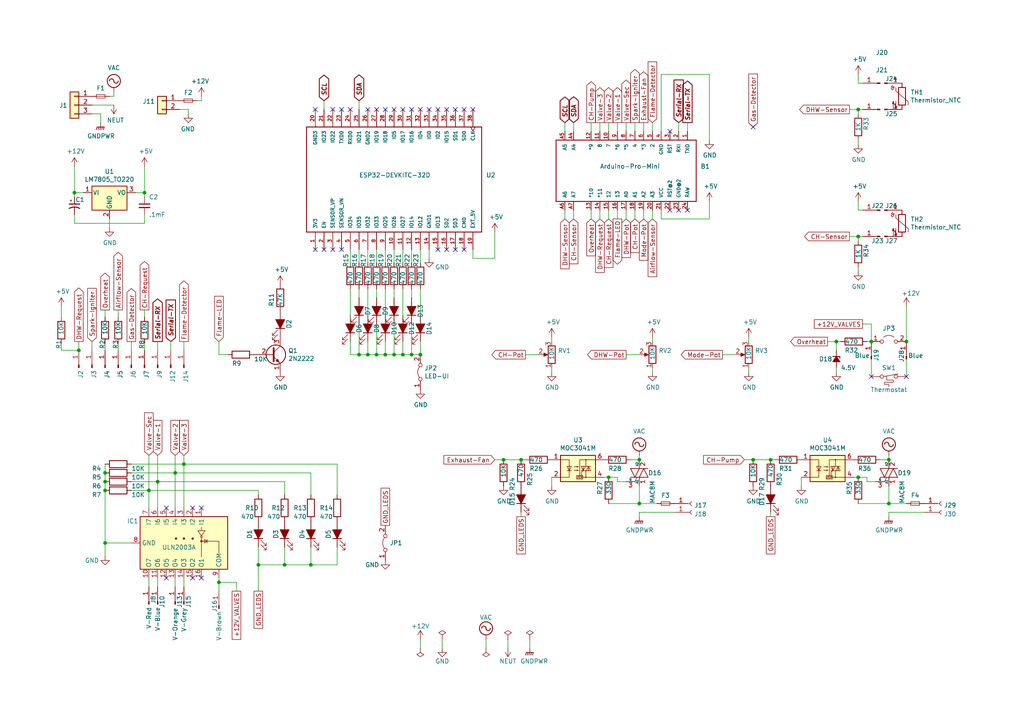
<source format=kicad_sch>
(kicad_sch (version 20211123) (generator eeschema)
  (paper "A4")
  (title_block (title "Open-Boiler") (date "2019-08-19") (rev "0.8") (company "Nicebots") (comment 1 "Gustavo Casanova"))
  (lib_symbols
    (symbol "Arduino_Pro_Mini:ARDUINO_PRO_MINI" (pin_names (offset 1.016))
      (property "Reference" "B" (at -7.62 21.082 0))
      (property "Value" "ARDUINO_PRO_MINI" (at -7.62 -20.574 0))
      (symbol "ARDUINO_PRO_MINI_0_0"
        (pin bidirectional line (at -10.16 17.78 0) (length 2.54) (name "TXO") (number "1"))
        (pin bidirectional line (at -10.16 -5.08 0) (length 2.54) (name "7") (number "10"))
        (pin bidirectional line (at -10.16 -7.62 0) (length 2.54) (name "8") (number "11"))
        (pin bidirectional line (at -10.16 -10.16 0) (length 2.54) (name "*9") (number "12"))
        (pin bidirectional line (at 12.7 -10.16 180) (length 2.54) (name "*10") (number "13"))
        (pin bidirectional line (at 12.7 -7.62 180) (length 2.54) (name "*11") (number "14"))
        (pin bidirectional line (at 12.7 -5.08 180) (length 2.54) (name "12") (number "15"))
        (pin bidirectional line (at 12.7 -2.54 180) (length 2.54) (name "13") (number "16"))
        (pin bidirectional line (at 12.7 0 180) (length 2.54) (name "A0") (number "17"))
        (pin bidirectional line (at 12.7 2.54 180) (length 2.54) (name "A1") (number "18"))
        (pin bidirectional line (at 12.7 5.08 180) (length 2.54) (name "A2") (number "19"))
        (pin bidirectional line (at -10.16 15.24 0) (length 2.54) (name "RXI") (number "2"))
        (pin bidirectional line (at 12.7 7.62 180) (length 2.54) (name "A3") (number "20"))
        (pin power_in line (at 12.7 10.16 180) (length 2.54) (name "VCC") (number "21"))
        (pin bidirectional line (at 12.7 12.7 180) (length 2.54) (name "RST@2") (number "22"))
        (pin power_in line (at 12.7 15.24 180) (length 2.54) (name "GND@2") (number "23"))
        (pin power_in line (at 12.7 17.78 180) (length 2.54) (name "RAW") (number "24"))
        (pin bidirectional line (at -10.16 12.7 0) (length 2.54) (name "RST") (number "3"))
        (pin power_in line (at -10.16 10.16 0) (length 2.54) (name "GND") (number "4"))
        (pin bidirectional line (at -10.16 7.62 0) (length 2.54) (name "2") (number "5"))
        (pin bidirectional line (at -10.16 5.08 0) (length 2.54) (name "*3") (number "6"))
        (pin bidirectional line (at -10.16 2.54 0) (length 2.54) (name "4") (number "7"))
        (pin bidirectional line (at -10.16 0 0) (length 2.54) (name "*5") (number "8"))
        (pin bidirectional line (at -10.16 -2.54 0) (length 2.54) (name "*6") (number "9"))
        (pin bidirectional line (at -10.16 -15.24 0) (length 2.54) (name "A4") (number "A4"))
        (pin bidirectional line (at -10.16 -17.78 0) (length 2.54) (name "A5") (number "A5"))
        (pin bidirectional line (at 12.7 -17.78 180) (length 2.54) (name "A6") (number "A6"))
        (pin bidirectional line (at 12.7 -15.24 180) (length 2.54) (name "A7") (number "A7"))
      )
    )
    (symbol "Connector:Conn_01x01_Female" (pin_names (offset 1.016) hide)
      (property "Reference" "J" (at 0 2.54 0))
      (property "Value" "Conn_01x01_Female" (at 0 -2.54 0))
      (symbol "Conn_01x01_Female_1_1"
        (pin passive line (at -5.08 0 0) (length 3.81) (name "Pin_1") (number "1"))
      )
    )
    (symbol "Connector:Conn_01x01_Male" (pin_names (offset 1.016) hide)
      (property "Reference" "J" (at 0 2.54 0))
      (property "Value" "Conn_01x01_Male" (at 0 -2.54 0))
      (symbol "Conn_01x01_Male_1_1"
        (pin passive line (at 5.08 0 180) (length 3.81) (name "Pin_1") (number "1"))
      )
    )
    (symbol "Connector_Generic:Conn_01x02" (pin_names (offset 1.016) hide)
      (property "Reference" "J" (at 0 2.54 0))
      (property "Value" "Conn_01x02" (at 0 -5.08 0))
      (symbol "Conn_01x02_1_1"
        (pin passive line (at -5.08 0 0) (length 3.81) (name "Pin_1") (number "1"))
        (pin passive line (at -5.08 -2.54 0) (length 3.81) (name "Pin_2") (number "2"))
      )
    )
    (symbol "Connector_Generic:Conn_01x03" (pin_names (offset 1.016) hide)
      (property "Reference" "J" (at 0 5.08 0))
      (property "Value" "Conn_01x03" (at 0 -5.08 0))
      (symbol "Conn_01x03_1_1"
        (pin passive line (at -5.08 2.54 0) (length 3.81) (name "Pin_1") (number "1"))
        (pin passive line (at -5.08 0 0) (length 3.81) (name "Pin_2") (number "2"))
        (pin passive line (at -5.08 -2.54 0) (length 3.81) (name "Pin_3") (number "3"))
      )
    )
    (symbol "Device:C_Polarized_Small_US" (pin_numbers hide) (pin_names (offset 0.254) hide)
      (property "Reference" "C" (at 0.254 1.778 0))
      (property "Value" "C_Polarized_Small_US" (at 0.254 -2.032 0))
      (symbol "C_Polarized_Small_US_1_1"
        (pin passive line (at 0 2.54 270) (length 2.032) (name "~") (number "1"))
        (pin passive line (at 0 -2.54 90) (length 2.032) (name "~") (number "2"))
      )
    )
    (symbol "Device:C_Small" (pin_numbers hide) (pin_names (offset 0.254) hide)
      (property "Reference" "C" (at 0.254 1.778 0))
      (property "Value" "C_Small" (at 0.254 -2.032 0))
      (symbol "C_Small_1_1"
        (pin passive line (at 0 2.54 270) (length 2.032) (name "~") (number "1"))
        (pin passive line (at 0 -2.54 90) (length 2.032) (name "~") (number "2"))
      )
    )
    (symbol "Device:D_Zener_Small_Filled" (pin_numbers hide) (pin_names (offset 0.254) hide)
      (property "Reference" "D" (at 0 2.286 0))
      (property "Value" "D_Zener_Small_Filled" (at 0 -2.286 0))
      (symbol "D_Zener_Small_Filled_1_1"
        (pin passive line (at -2.54 0 0) (length 1.778) (name "K") (number "1"))
        (pin passive line (at 2.54 0 180) (length 1.778) (name "A") (number "2"))
      )
    )
    (symbol "Device:Fuse_Small" (pin_numbers hide) (pin_names (offset 0.254) hide)
      (property "Reference" "F" (at 0 -1.524 0))
      (property "Value" "Fuse_Small" (at 0 1.524 0))
      (symbol "Fuse_Small_1_1"
        (pin passive line (at -2.54 0 0) (length 1.27) (name "~") (number "1"))
        (pin passive line (at 2.54 0 180) (length 1.27) (name "~") (number "2"))
      )
    )
    (symbol "Device:LED_Filled" (pin_numbers hide) (pin_names (offset 1.016) hide)
      (property "Reference" "D" (at 0 2.54 0))
      (property "Value" "LED_Filled" (at 0 -2.54 0))
      (symbol "LED_Filled_1_1"
        (pin passive line (at -3.81 0 0) (length 2.54) (name "K") (number "1"))
        (pin passive line (at 3.81 0 180) (length 2.54) (name "A") (number "2"))
      )
    )
    (symbol "Device:Q_TRIAC_A1A2G" (pin_names (offset 0))
      (property "Reference" "D" (at 3.175 0.635 0))
      (property "Value" "Q_TRIAC_A1A2G" (at 3.175 -1.27 0))
      (symbol "Q_TRIAC_A1A2G_1_1"
        (pin passive line (at 0 -3.81 90) (length 2.54) (name "A1") (number "1"))
        (pin passive line (at 0 3.81 270) (length 2.54) (name "A2") (number "2"))
        (pin input line (at -3.81 -2.54 0) (length 2.54) (name "G") (number "3"))
      )
    )
    (symbol "Device:R" (pin_numbers hide) (pin_names (offset 0))
      (property "Reference" "R" (at 2.032 0 90))
      (property "Value" "R" (at 0 0 90))
      (symbol "R_1_1"
        (pin passive line (at 0 3.81 270) (length 1.27) (name "~") (number "1"))
        (pin passive line (at 0 -3.81 90) (length 1.27) (name "~") (number "2"))
      )
    )
    (symbol "Device:R_Potentiometer" (pin_names (offset 1.016) hide)
      (property "Reference" "RV" (at -4.445 0 90))
      (property "Value" "R_Potentiometer" (at -2.54 0 90))
      (symbol "R_Potentiometer_1_1"
        (pin passive line (at 0 3.81 270) (length 1.27) (name "1") (number "1"))
        (pin passive line (at 3.81 0 180) (length 1.27) (name "2") (number "2"))
        (pin passive line (at 0 -3.81 90) (length 1.27) (name "3") (number "3"))
      )
    )
    (symbol "Device:Thermistor_NTC" (pin_numbers hide) (pin_names (offset 0))
      (property "Reference" "TH" (at -4.445 0 90))
      (property "Value" "Thermistor_NTC" (at 3.175 0 90))
      (symbol "Thermistor_NTC_1_1"
        (pin passive line (at 0 3.81 270) (length 1.27) (name "~") (number "1"))
        (pin passive line (at 0 -3.81 90) (length 1.27) (name "~") (number "2"))
      )
    )
    (symbol "ESP32_DevKitC_32D:ESP32-DEVKITC-32D" (pin_names (offset 1.016))
      (property "Reference" "U" (at -15.2654 26.0604 0))
      (property "Value" "ESP32-DEVKITC-32D" (at -15.2654 -27.9654 0))
      (symbol "ESP32-DEVKITC-32D_0_0"
        (pin power_in line (at -20.32 22.86 0) (length 5.08) (name "3V3") (number "1"))
        (pin bidirectional line (at -20.32 0 0) (length 5.08) (name "IO26") (number "10"))
        (pin bidirectional line (at -20.32 -2.54 0) (length 5.08) (name "IO27") (number "11"))
        (pin bidirectional line (at -20.32 -5.08 0) (length 5.08) (name "IO14") (number "12"))
        (pin bidirectional line (at -20.32 -7.62 0) (length 5.08) (name "IO12") (number "13"))
        (pin power_in line (at -20.32 -10.16 0) (length 5.08) (name "GND1") (number "14"))
        (pin bidirectional line (at -20.32 -12.7 0) (length 5.08) (name "IO13") (number "15"))
        (pin bidirectional line (at -20.32 -15.24 0) (length 5.08) (name "SD2") (number "16"))
        (pin bidirectional line (at -20.32 -17.78 0) (length 5.08) (name "SD3") (number "17"))
        (pin bidirectional line (at -20.32 -20.32 0) (length 5.08) (name "CMD") (number "18"))
        (pin power_in line (at -20.32 -22.86 0) (length 5.08) (name "EXT_5V") (number "19"))
        (pin input line (at -20.32 20.32 0) (length 5.08) (name "EN") (number "2"))
        (pin power_in line (at 20.32 22.86 180) (length 5.08) (name "GND3") (number "20"))
        (pin bidirectional line (at 20.32 20.32 180) (length 5.08) (name "IO23") (number "21"))
        (pin bidirectional line (at 20.32 17.78 180) (length 5.08) (name "IO22") (number "22"))
        (pin output line (at 20.32 15.24 180) (length 5.08) (name "TXD0") (number "23"))
        (pin input line (at 20.32 12.7 180) (length 5.08) (name "RXD0") (number "24"))
        (pin bidirectional line (at 20.32 10.16 180) (length 5.08) (name "IO21") (number "25"))
        (pin power_in line (at 20.32 7.62 180) (length 5.08) (name "GND2") (number "26"))
        (pin bidirectional line (at 20.32 5.08 180) (length 5.08) (name "IO19") (number "27"))
        (pin bidirectional line (at 20.32 2.54 180) (length 5.08) (name "IO18") (number "28"))
        (pin bidirectional line (at 20.32 0 180) (length 5.08) (name "IO5") (number "29"))
        (pin input line (at -20.32 17.78 0) (length 5.08) (name "SENSOR_VP") (number "3"))
        (pin bidirectional line (at 20.32 -2.54 180) (length 5.08) (name "IO17") (number "30"))
        (pin bidirectional line (at 20.32 -5.08 180) (length 5.08) (name "IO16") (number "31"))
        (pin bidirectional line (at 20.32 -7.62 180) (length 5.08) (name "IO4") (number "32"))
        (pin bidirectional line (at 20.32 -10.16 180) (length 5.08) (name "IO0") (number "33"))
        (pin bidirectional line (at 20.32 -12.7 180) (length 5.08) (name "IO2") (number "34"))
        (pin bidirectional line (at 20.32 -15.24 180) (length 5.08) (name "IO15") (number "35"))
        (pin bidirectional line (at 20.32 -17.78 180) (length 5.08) (name "SD1") (number "36"))
        (pin bidirectional line (at 20.32 -20.32 180) (length 5.08) (name "SD0") (number "37"))
        (pin input clock (at 20.32 -22.86 180) (length 5.08) (name "CLK") (number "38"))
        (pin input line (at -20.32 15.24 0) (length 5.08) (name "SENSOR_VN") (number "4"))
        (pin bidirectional line (at -20.32 12.7 0) (length 5.08) (name "IO34") (number "5"))
        (pin bidirectional line (at -20.32 10.16 0) (length 5.08) (name "IO35") (number "6"))
        (pin bidirectional line (at -20.32 7.62 0) (length 5.08) (name "IO32") (number "7"))
        (pin bidirectional line (at -20.32 5.08 0) (length 5.08) (name "IO33") (number "8"))
        (pin bidirectional line (at -20.32 2.54 0) (length 5.08) (name "IO25") (number "9"))
      )
    )
    (symbol "Jumper:Jumper_2_Bridged" (pin_names (offset 0) hide)
      (property "Reference" "JP" (at 0 1.905 0))
      (property "Value" "Jumper_2_Bridged" (at 0 -2.54 0))
      (symbol "Jumper_2_Bridged_1_1"
        (pin passive line (at -5.08 0 0) (length 2.54) (name "A") (number "1"))
        (pin passive line (at 5.08 0 180) (length 2.54) (name "B") (number "2"))
      )
    )
    (symbol "Jumper:Jumper_2_Open" (pin_names (offset 0) hide)
      (property "Reference" "JP" (at 0 2.794 0))
      (property "Value" "Jumper_2_Open" (at 0 -2.286 0))
      (symbol "Jumper_2_Open_1_1"
        (pin passive line (at -5.08 0 0) (length 2.54) (name "A") (number "1"))
        (pin passive line (at 5.08 0 180) (length 2.54) (name "B") (number "2"))
      )
    )
    (symbol "Regulator_Linear:LM7805_TO220" (pin_names (offset 0.254))
      (property "Reference" "U" (at -3.81 3.175 0))
      (property "Value" "LM7805_TO220" (at 0 3.175 0))
      (symbol "LM7805_TO220_1_1"
        (pin power_in line (at -7.62 0 0) (length 2.54) (name "VI") (number "1"))
        (pin power_in line (at 0 -7.62 90) (length 2.54) (name "GND") (number "2"))
        (pin power_out line (at 7.62 0 180) (length 2.54) (name "VO") (number "3"))
      )
    )
    (symbol "Relay_SolidState:MOC3041M"
      (property "Reference" "U" (at -5.08 5.08 0))
      (property "Value" "MOC3041M" (at 0 5.08 0))
      (symbol "MOC3041M_0_0"
        (text "ZCD" (at 0.508 -2.54 0) (effects (font (size 0.508 0.508))))
      )
      (symbol "MOC3041M_1_1"
        (pin passive line (at -7.62 2.54 0) (length 2.54) (name "~") (number "1"))
        (pin passive line (at -7.62 -2.54 0) (length 2.54) (name "~") (number "2"))
        (pin no_connect line (at -5.08 0 0) (length 2.54) hide (name "NC") (number "3"))
        (pin passive line (at 7.62 -2.54 180) (length 2.54) (name "~") (number "4"))
        (pin no_connect line (at 5.08 0 180) (length 2.54) hide (name "NC") (number "5"))
        (pin passive line (at 7.62 2.54 180) (length 2.54) (name "~") (number "6"))
      )
    )
    (symbol "Thermostat:Thermostat" (pin_numbers hide) (pin_names (offset 1.016) hide)
      (property "Reference" "SW" (at -1.143 2.921 0))
      (property "Value" "Thermostat" (at 0.508 -6.731 0))
      (symbol "Thermostat_0_1"
        (pin passive line (at -5.08 0 0) (length 2.54) (name "1") (number "1"))
        (pin passive line (at 5.08 0 180) (length 2.54) (name "2") (number "2"))
      )
    )
    (symbol "Transistor_Array:ULN2003A"
      (property "Reference" "U" (at 0 15.875 0))
      (property "Value" "ULN2003A" (at 0 13.97 0))
      (symbol "ULN2003A_1_1"
        (pin input line (at -10.16 5.08 0) (length 2.54) (name "I1") (number "1"))
        (pin open_collector line (at 10.16 -10.16 180) (length 2.54) (name "O7") (number "10"))
        (pin open_collector line (at 10.16 -7.62 180) (length 2.54) (name "O6") (number "11"))
        (pin open_collector line (at 10.16 -5.08 180) (length 2.54) (name "O5") (number "12"))
        (pin open_collector line (at 10.16 -2.54 180) (length 2.54) (name "O4") (number "13"))
        (pin open_collector line (at 10.16 0 180) (length 2.54) (name "O3") (number "14"))
        (pin open_collector line (at 10.16 2.54 180) (length 2.54) (name "O2") (number "15"))
        (pin open_collector line (at 10.16 5.08 180) (length 2.54) (name "O1") (number "16"))
        (pin input line (at -10.16 2.54 0) (length 2.54) (name "I2") (number "2"))
        (pin input line (at -10.16 0 0) (length 2.54) (name "I3") (number "3"))
        (pin input line (at -10.16 -2.54 0) (length 2.54) (name "I4") (number "4"))
        (pin input line (at -10.16 -5.08 0) (length 2.54) (name "I5") (number "5"))
        (pin input line (at -10.16 -7.62 0) (length 2.54) (name "I6") (number "6"))
        (pin input line (at -10.16 -10.16 0) (length 2.54) (name "I7") (number "7"))
        (pin power_in line (at 0 -15.24 90) (length 2.54) (name "GND") (number "8"))
        (pin passive line (at 10.16 10.16 180) (length 2.54) (name "COM") (number "9"))
      )
    )
    (symbol "Transistor_BJT:2N2219" (pin_names (offset 0) hide)
      (property "Reference" "Q" (at 5.08 1.905 0))
      (property "Value" "2N2219" (at 5.08 0 0))
      (symbol "2N2219_1_1"
        (pin passive line (at 2.54 -5.08 90) (length 2.54) (name "E") (number "1"))
        (pin passive line (at -5.08 0 0) (length 5.715) (name "B") (number "2"))
        (pin passive line (at 2.54 5.08 270) (length 2.54) (name "C") (number "3"))
      )
    )
    (symbol "power:+12V" (power) (pin_names (offset 0))
      (property "Value" "+12V" (at 0 3.556 0))
      (symbol "+12V_1_1"
        (pin power_in line (at 0 0 90) (length 0) hide (name "+12V") (number "1"))
      )
    )
    (symbol "power:+5V" (power) (pin_names (offset 0))
      (property "Value" "+5V" (at 0 3.556 0))
      (symbol "+5V_1_1"
        (pin power_in line (at 0 0 90) (length 0) hide (name "+5V") (number "1"))
      )
    )
    (symbol "power:GND" (power) (pin_names (offset 0))
      (property "Value" "GND" (at 0 -3.81 0))
      (symbol "GND_1_1"
        (pin power_in line (at 0 0 270) (length 0) hide (name "GND") (number "1"))
      )
    )
    (symbol "power:GNDPWR" (power) (pin_names (offset 0))
      (property "Value" "GNDPWR" (at 0 -3.302 0))
      (symbol "GNDPWR_1_1"
        (pin power_in line (at 0 0 270) (length 0) hide (name "GNDPWR") (number "1"))
      )
    )
    (symbol "power:NEUT" (power) (pin_names (offset 0))
      (property "Value" "NEUT" (at 0 3.81 0))
      (symbol "NEUT_1_1"
        (pin power_in line (at 0 0 90) (length 0) hide (name "NEUT") (number "1"))
      )
    )
    (symbol "power:PWR_FLAG" (power) (pin_numbers hide) (pin_names (offset 0) hide)
      (property "Value" "PWR_FLAG" (at 0 3.81 0))
      (symbol "PWR_FLAG_0_0"
        (pin power_out line (at 0 0 90) (length 0) (name "pwr") (number "1"))
      )
    )
    (symbol "power:VAC" (power) (pin_names (offset 0))
      (property "Value" "VAC" (at 0 6.35 0))
      (symbol "VAC_1_1"
        (pin power_in line (at 0 0 90) (length 0) hide (name "VAC") (number "1"))
      )
    )
  )
  (junction (at 262.89 99.06))
  (junction (at 176.53 138.43))
  (junction (at 82.55 163.83))
  (junction (at 257.81 146.05))
  (junction (at 114.3 102.87))
  (junction (at 104.14 102.87))
  (junction (at 151.13 133.35))
  (junction (at 252.73 99.06))
  (junction (at 218.44 133.35))
  (junction (at 50.8 137.16))
  (junction (at 74.93 163.83))
  (junction (at 248.92 138.43))
  (junction (at 119.38 102.87))
  (junction (at 106.68 102.87))
  (junction (at 248.92 68.58))
  (junction (at 45.72 139.7))
  (junction (at 242.57 99.06))
  (junction (at 223.52 133.35))
  (junction (at 63.5 168.91))
  (junction (at 146.05 133.35))
  (junction (at 185.42 146.05))
  (junction (at 257.81 133.35))
  (junction (at 111.76 102.87))
  (junction (at 116.84 102.87))
  (junction (at 21.59 55.88))
  (junction (at 185.42 133.35))
  (junction (at 53.34 134.62))
  (junction (at 43.18 142.24))
  (junction (at 121.92 102.87))
  (junction (at 30.48 137.16))
  (junction (at 30.48 142.24))
  (junction (at 90.17 163.83))
  (junction (at 22.86 101.6))
  (junction (at 30.48 139.7))
  (junction (at 30.48 157.48))
  (junction (at 41.91 55.88))
  (junction (at 109.22 102.87))
  (junction (at 248.92 31.75))
  (no_connect (at 137.16 31.75))
  (no_connect (at 96.52 72.39))
  (no_connect (at 91.44 72.39))
  (no_connect (at 101.6 31.75))
  (no_connect (at 129.54 72.39))
  (no_connect (at 132.08 31.75))
  (no_connect (at 119.38 31.75))
  (no_connect (at 134.62 72.39))
  (no_connect (at 99.06 31.75))
  (no_connect (at 116.84 31.75))
  (no_connect (at 252.73 109.22))
  (no_connect (at 48.26 147.32))
  (no_connect (at 91.44 31.75))
  (no_connect (at 196.85 60.96))
  (no_connect (at 55.88 167.64))
  (no_connect (at 262.89 109.22))
  (no_connect (at 106.68 31.75))
  (no_connect (at 129.54 31.75))
  (no_connect (at 199.39 60.96))
  (no_connect (at 218.44 36.83))
  (no_connect (at 111.76 31.75))
  (no_connect (at 121.92 31.75))
  (no_connect (at 194.31 60.96))
  (no_connect (at 114.3 31.75))
  (no_connect (at 58.42 167.64))
  (no_connect (at 127 72.39))
  (no_connect (at 127 31.75))
  (no_connect (at 55.88 147.32))
  (no_connect (at 99.06 72.39))
  (no_connect (at 93.98 72.39))
  (no_connect (at 124.46 31.75))
  (no_connect (at 58.42 147.32))
  (no_connect (at 132.08 72.39))
  (no_connect (at 96.52 31.75))
  (no_connect (at 194.31 38.1))
  (no_connect (at 109.22 31.75))
  (no_connect (at 134.62 31.75))
  (no_connect (at 48.26 167.64))
  (wire (pts (xy 248.92 58.42) (xy 248.92 60.96)))
  (wire (pts (xy 247.65 138.43) (xy 248.92 138.43)))
  (wire (pts (xy 33.02 27.94) (xy 33.02 26.67)))
  (wire (pts (xy 63.5 167.64) (xy 63.5 168.91)))
  (wire (pts (xy 82.55 139.7) (xy 82.55 143.51)))
  (wire (pts (xy 58.42 29.21) (xy 58.42 27.94)))
  (wire (pts (xy 257.81 148.59) (xy 267.97 148.59)))
  (wire (pts (xy 43.18 142.24) (xy 38.1 142.24)))
  (wire (pts (xy 30.48 157.48) (xy 30.48 161.29)))
  (wire (pts (xy 189.23 99.06) (xy 189.23 97.79)))
  (wire (pts (xy 257.81 146.05) (xy 262.89 146.05)))
  (wire (pts (xy 17.78 99.568) (xy 17.78 101.6)))
  (wire (pts (xy 185.42 148.59) (xy 185.42 149.86)))
  (wire (pts (xy 160.02 99.06) (xy 160.02 97.79)))
  (wire (pts (xy 179.07 138.43) (xy 176.53 138.43)))
  (wire (pts (xy 252.73 93.98) (xy 252.73 99.06)))
  (wire (pts (xy 248.92 69.85) (xy 248.92 68.58)))
  (wire (pts (xy 116.84 76.2) (xy 116.84 72.39)))
  (wire (pts (xy 57.15 29.21) (xy 58.42 29.21)))
  (wire (pts (xy 109.22 102.87) (xy 111.76 102.87)))
  (wire (pts (xy 242.57 106.68) (xy 242.57 107.95)))
  (wire (pts (xy 176.53 63.5) (xy 176.53 60.96)))
  (wire (pts (xy 111.76 76.2) (xy 111.76 72.39)))
  (wire (pts (xy 179.07 63.5) (xy 179.07 60.96)))
  (wire (pts (xy 30.48 99.568) (xy 30.48 101.6)))
  (wire (pts (xy 74.93 163.83) (xy 82.55 163.83)))
  (wire (pts (xy 242.57 99.06) (xy 243.84 99.06)))
  (wire (pts (xy 262.89 88.9) (xy 262.89 99.06)))
  (wire (pts (xy 262.89 104.14) (xy 262.89 109.22)))
  (wire (pts (xy 24.13 55.88) (xy 21.59 55.88)))
  (wire (pts (xy 166.37 60.96) (xy 166.37 63.5)))
  (wire (pts (xy 74.93 163.83) (xy 74.93 171.45)))
  (wire (pts (xy 109.22 93.98) (xy 109.22 102.87)))
  (wire (pts (xy 53.34 99.06) (xy 53.34 101.6)))
  (wire (pts (xy 50.8 132.08) (xy 50.8 137.16)))
  (wire (pts (xy 41.91 99.568) (xy 41.91 101.6)))
  (wire (pts (xy 160.02 138.43) (xy 160.02 140.97)))
  (wire (pts (xy 248.92 33.02) (xy 248.92 31.75)))
  (wire (pts (xy 257.81 140.97) (xy 257.81 146.05)))
  (wire (pts (xy 114.3 93.98) (xy 114.3 102.87)))
  (wire (pts (xy 104.14 83.82) (xy 104.14 86.36)))
  (wire (pts (xy 38.1 101.6) (xy 38.1 99.06)))
  (wire (pts (xy 119.38 102.87) (xy 121.92 102.87)))
  (wire (pts (xy 106.68 102.87) (xy 109.22 102.87)))
  (wire (pts (xy 223.52 133.35) (xy 218.44 133.35)))
  (wire (pts (xy 45.72 99.06) (xy 45.72 101.6)))
  (wire (pts (xy 248.92 24.13) (xy 250.19 24.13)))
  (wire (pts (xy 173.99 35.56) (xy 173.99 38.1)))
  (wire (pts (xy 185.42 132.08) (xy 185.42 133.35)))
  (wire (pts (xy 106.68 99.06) (xy 106.68 102.87)))
  (wire (pts (xy 106.68 76.2) (xy 106.68 72.39)))
  (wire (pts (xy 116.84 99.06) (xy 116.84 102.87)))
  (wire (pts (xy 38.1 134.62) (xy 53.34 134.62)))
  (wire (pts (xy 31.75 27.94) (xy 33.02 27.94)))
  (wire (pts (xy 171.45 63.5) (xy 171.45 60.96)))
  (wire (pts (xy 53.34 134.62) (xy 97.79 134.62)))
  (wire (pts (xy 184.15 60.96) (xy 184.15 63.5)))
  (wire (pts (xy 181.61 102.87) (xy 185.42 102.87)))
  (wire (pts (xy 43.18 147.32) (xy 43.18 142.24)))
  (wire (pts (xy 109.22 76.2) (xy 109.22 72.39)))
  (wire (pts (xy 30.48 139.7) (xy 30.48 142.24)))
  (wire (pts (xy 111.76 91.44) (xy 111.76 83.82)))
  (wire (pts (xy 109.22 83.82) (xy 109.22 86.36)))
  (wire (pts (xy 257.81 148.59) (xy 257.81 149.86)))
  (wire (pts (xy 121.92 187.96) (xy 121.92 185.42)))
  (wire (pts (xy 250.19 93.98) (xy 252.73 93.98)))
  (wire (pts (xy 250.19 68.58) (xy 248.92 68.58)))
  (wire (pts (xy 114.3 83.82) (xy 114.3 86.36)))
  (wire (pts (xy 30.48 142.24) (xy 30.48 157.48)))
  (wire (pts (xy 106.68 91.44) (xy 106.68 83.82)))
  (wire (pts (xy 252.73 99.06) (xy 251.46 99.06)))
  (wire (pts (xy 41.91 91.948) (xy 41.91 89.916)))
  (wire (pts (xy 101.6 102.87) (xy 101.6 99.06)))
  (wire (pts (xy 140.97 187.96) (xy 140.97 185.42)))
  (wire (pts (xy 232.41 138.43) (xy 232.41 140.97)))
  (wire (pts (xy 45.72 139.7) (xy 82.55 139.7)))
  (wire (pts (xy 137.16 74.93) (xy 137.16 72.39)))
  (wire (pts (xy 50.8 137.16) (xy 50.8 147.32)))
  (wire (pts (xy 248.92 60.96) (xy 250.19 60.96)))
  (wire (pts (xy 111.76 99.06) (xy 111.76 102.87)))
  (wire (pts (xy 116.84 102.87) (xy 119.38 102.87)))
  (wire (pts (xy 45.72 167.64) (xy 45.72 170.18)))
  (wire (pts (xy 34.29 99.568) (xy 34.29 101.6)))
  (wire (pts (xy 90.17 137.16) (xy 90.17 143.51)))
  (wire (pts (xy 248.92 40.64) (xy 248.92 41.91)))
  (wire (pts (xy 121.92 91.44) (xy 121.92 83.82)))
  (wire (pts (xy 49.53 99.06) (xy 49.53 101.6)))
  (wire (pts (xy 29.21 35.56) (xy 29.21 33.02)))
  (wire (pts (xy 119.38 83.82) (xy 119.38 86.36)))
  (wire (pts (xy 45.72 132.08) (xy 45.72 139.7)))
  (wire (pts (xy 43.18 142.24) (xy 74.93 142.24)))
  (wire (pts (xy 186.69 35.56) (xy 186.69 38.1)))
  (wire (pts (xy 199.39 35.56) (xy 199.39 38.1)))
  (wire (pts (xy 218.44 133.35) (xy 215.9 133.35)))
  (wire (pts (xy 179.07 35.56) (xy 179.07 38.1)))
  (wire (pts (xy 166.37 38.1) (xy 166.37 35.56)))
  (wire (pts (xy 252.73 104.14) (xy 252.73 109.22)))
  (wire (pts (xy 189.23 60.96) (xy 189.23 63.5)))
  (wire (pts (xy 38.1 137.16) (xy 50.8 137.16)))
  (wire (pts (xy 30.48 157.48) (xy 38.1 157.48)))
  (wire (pts (xy 90.17 163.83) (xy 97.79 163.83)))
  (wire (pts (xy 111.76 102.87) (xy 114.3 102.87)))
  (wire (pts (xy 97.79 163.83) (xy 97.79 158.75)))
  (wire (pts (xy 209.55 102.87) (xy 213.36 102.87)))
  (wire (pts (xy 31.75 66.04) (xy 31.75 63.5)))
  (wire (pts (xy 54.61 31.75) (xy 54.61 33.02)))
  (wire (pts (xy 33.02 30.48) (xy 26.67 30.48)))
  (wire (pts (xy 153.67 187.96) (xy 153.67 185.42)))
  (wire (pts (xy 101.6 91.44) (xy 101.6 83.82)))
  (wire (pts (xy 53.34 132.08) (xy 53.34 134.62)))
  (wire (pts (xy 181.61 139.7) (xy 179.07 139.7)))
  (wire (pts (xy 97.79 134.62) (xy 97.79 143.51)))
  (wire (pts (xy 41.91 62.23) (xy 41.91 64.77)))
  (wire (pts (xy 152.4 133.35) (xy 151.13 133.35)))
  (wire (pts (xy 224.79 133.35) (xy 223.52 133.35)))
  (wire (pts (xy 163.83 60.96) (xy 163.83 63.5)))
  (wire (pts (xy 251.46 139.7) (xy 251.46 138.43)))
  (wire (pts (xy 82.55 163.83) (xy 90.17 163.83)))
  (wire (pts (xy 39.37 55.88) (xy 41.91 55.88)))
  (wire (pts (xy 255.27 133.35) (xy 257.81 133.35)))
  (wire (pts (xy 151.13 148.59) (xy 151.13 149.86)))
  (wire (pts (xy 176.53 38.1) (xy 176.53 35.56)))
  (wire (pts (xy 248.92 21.59) (xy 248.92 24.13)))
  (wire (pts (xy 41.91 57.15) (xy 41.91 55.88)))
  (wire (pts (xy 116.84 91.44) (xy 116.84 83.82)))
  (wire (pts (xy 114.3 102.87) (xy 116.84 102.87)))
  (wire (pts (xy 50.8 167.64) (xy 50.8 170.18)))
  (wire (pts (xy 217.17 106.68) (xy 217.17 107.95)))
  (wire (pts (xy 143.51 74.93) (xy 143.51 67.31)))
  (wire (pts (xy 53.34 134.62) (xy 53.34 147.32)))
  (wire (pts (xy 160.02 106.68) (xy 160.02 107.95)))
  (wire (pts (xy 121.92 76.2) (xy 121.92 72.39)))
  (wire (pts (xy 74.93 142.24) (xy 74.93 143.51)))
  (wire (pts (xy 196.85 35.56) (xy 196.85 38.1)))
  (wire (pts (xy 147.32 185.42) (xy 147.32 187.96)))
  (wire (pts (xy 152.4 102.87) (xy 156.21 102.87)))
  (wire (pts (xy 248.92 68.58) (xy 246.38 68.58)))
  (wire (pts (xy 121.92 99.06) (xy 121.92 102.87)))
  (wire (pts (xy 143.51 74.93) (xy 137.16 74.93)))
  (wire (pts (xy 63.5 102.87) (xy 66.04 102.87)))
  (wire (pts (xy 21.59 64.77) (xy 41.91 64.77)))
  (wire (pts (xy 41.91 55.88) (xy 41.91 48.26)))
  (wire (pts (xy 17.78 101.6) (xy 22.86 101.6)))
  (wire (pts (xy 104.14 76.2) (xy 104.14 72.39)))
  (wire (pts (xy 184.15 35.56) (xy 184.15 38.1)))
  (wire (pts (xy 29.21 33.02) (xy 26.67 33.02)))
  (wire (pts (xy 242.57 101.6) (xy 242.57 99.06)))
  (wire (pts (xy 53.34 167.64) (xy 53.34 170.18)))
  (wire (pts (xy 191.77 60.96) (xy 191.77 63.5)))
  (wire (pts (xy 21.59 55.88) (xy 21.59 48.26)))
  (wire (pts (xy 163.83 38.1) (xy 163.83 35.56)))
  (wire (pts (xy 251.46 138.43) (xy 248.92 138.43)))
  (wire (pts (xy 22.86 99.06) (xy 22.86 101.6)))
  (wire (pts (xy 82.55 158.75) (xy 82.55 163.83)))
  (wire (pts (xy 223.52 148.59) (xy 223.52 149.86)))
  (wire (pts (xy 182.88 133.35) (xy 185.42 133.35)))
  (wire (pts (xy 217.17 99.06) (xy 217.17 97.79)))
  (wire (pts (xy 30.48 134.62) (xy 30.48 137.16)))
  (wire (pts (xy 205.74 63.5) (xy 205.74 58.42)))
  (wire (pts (xy 90.17 158.75) (xy 90.17 163.83)))
  (wire (pts (xy 191.77 38.1) (xy 191.77 21.59)))
  (wire (pts (xy 30.48 91.948) (xy 30.48 89.916)))
  (wire (pts (xy 248.92 146.05) (xy 257.81 146.05)))
  (wire (pts (xy 45.72 139.7) (xy 45.72 147.32)))
  (wire (pts (xy 119.38 76.2) (xy 119.38 72.39)))
  (wire (pts (xy 74.93 158.75) (xy 74.93 163.83)))
  (wire (pts (xy 185.42 140.97) (xy 185.42 146.05)))
  (wire (pts (xy 52.07 31.75) (xy 54.61 31.75)))
  (wire (pts (xy 191.77 21.59) (xy 205.74 21.59)))
  (wire (pts (xy 63.5 99.06) (xy 63.5 102.87)))
  (wire (pts (xy 146.05 133.35) (xy 143.51 133.35)))
  (wire (pts (xy 63.5 168.91) (xy 63.5 171.45)))
  (wire (pts (xy 43.18 132.08) (xy 43.18 142.24)))
  (wire (pts (xy 254 139.7) (xy 251.46 139.7)))
  (wire (pts (xy 119.38 93.98) (xy 119.38 102.87)))
  (wire (pts (xy 128.27 187.96) (xy 128.27 185.42)))
  (wire (pts (xy 30.48 137.16) (xy 30.48 139.7)))
  (wire (pts (xy 175.26 138.43) (xy 176.53 138.43)))
  (wire (pts (xy 101.6 76.2) (xy 101.6 72.39)))
  (wire (pts (xy 21.59 62.23) (xy 21.59 64.77)))
  (wire (pts (xy 101.6 102.87) (xy 104.14 102.87)))
  (wire (pts (xy 38.1 139.7) (xy 45.72 139.7)))
  (wire (pts (xy 257.81 132.08) (xy 257.81 133.35)))
  (wire (pts (xy 93.98 31.75) (xy 93.98 29.21)))
  (wire (pts (xy 248.92 77.47) (xy 248.92 78.74)))
  (wire (pts (xy 191.77 63.5) (xy 205.74 63.5)))
  (wire (pts (xy 104.14 102.87) (xy 106.68 102.87)))
  (wire (pts (xy 34.29 91.948) (xy 34.29 89.916)))
  (wire (pts (xy 185.42 148.59) (xy 195.58 148.59)))
  (wire (pts (xy 171.45 38.1) (xy 171.45 35.56)))
  (wire (pts (xy 63.5 168.91) (xy 68.58 168.91)))
  (wire (pts (xy 189.23 106.68) (xy 189.23 107.95)))
  (wire (pts (xy 124.46 72.39) (xy 124.46 74.93)))
  (wire (pts (xy 26.67 99.06) (xy 26.67 101.6)))
  (wire (pts (xy 68.58 171.45) (xy 68.58 168.91)))
  (wire (pts (xy 185.42 146.05) (xy 190.5 146.05)))
  (wire (pts (xy 104.14 93.98) (xy 104.14 102.87)))
  (wire (pts (xy 43.18 167.64) (xy 43.18 170.18)))
  (wire (pts (xy 240.03 99.06) (xy 242.57 99.06)))
  (wire (pts (xy 173.99 63.5) (xy 173.99 60.96)))
  (wire (pts (xy 250.19 31.75) (xy 248.92 31.75)))
  (wire (pts (xy 104.14 31.75) (xy 104.14 29.21)))
  (wire (pts (xy 176.53 146.05) (xy 185.42 146.05)))
  (wire (pts (xy 114.3 76.2) (xy 114.3 72.39)))
  (wire (pts (xy 189.23 35.56) (xy 189.23 38.1)))
  (wire (pts (xy 179.07 139.7) (xy 179.07 138.43)))
  (wire (pts (xy 186.69 60.96) (xy 186.69 63.5)))
  (wire (pts (xy 21.59 57.15) (xy 21.59 55.88)))
  (wire (pts (xy 50.8 137.16) (xy 90.17 137.16)))
  (wire (pts (xy 181.61 60.96) (xy 181.61 63.5)))
  (wire (pts (xy 205.74 21.59) (xy 205.74 40.64)))
  (wire (pts (xy 181.61 35.56) (xy 181.61 38.1)))
  (wire (pts (xy 17.78 91.948) (xy 17.78 88.9)))
  (wire (pts (xy 151.13 133.35) (xy 146.05 133.35)))
  (wire (pts (xy 248.92 31.75) (xy 246.38 31.75)))
  (global_label "Overheat" (shape output) (at 240.03 99.06 180) (property "Intersheet References" "${INTERSHEET_REFS}" (effects hide)))
  (global_label "Mode-Pot" (shape input) (at 186.69 63.5 270) (property "Intersheet References" "${INTERSHEET_REFS}" (effects hide)))
  (global_label "CH-Pump" (shape output) (at 171.45 35.56 90) (property "Intersheet References" "${INTERSHEET_REFS}" (effects hide)))
  (global_label "Serial-TX" (shape output) (at 199.39 35.56 90) (effects (font (thickness 0.254) bold italic)) (property "Intersheet References" "${INTERSHEET_REFS}" (effects hide)))
  (global_label "Flame-LED" (shape input) (at 63.5 99.06 90) (property "Intersheet References" "${INTERSHEET_REFS}" (effects hide)))
  (global_label "Valve-1" (shape output) (at 179.07 35.56 90) (property "Intersheet References" "${INTERSHEET_REFS}" (effects hide)))
  (global_label "Airflow-Sensor" (shape input) (at 189.23 63.5 270) (property "Intersheet References" "${INTERSHEET_REFS}" (effects hide)))
  (global_label "Valve-2" (shape input) (at 50.8 132.08 90) (property "Intersheet References" "${INTERSHEET_REFS}" (effects hide)))
  (global_label "Valve-3" (shape output) (at 173.99 35.56 90) (property "Intersheet References" "${INTERSHEET_REFS}" (effects hide)))
  (global_label "Valve-Sec" (shape input) (at 43.18 132.08 90) (property "Intersheet References" "${INTERSHEET_REFS}" (effects hide)))
  (global_label "Valve-2" (shape output) (at 176.53 35.56 90) (property "Intersheet References" "${INTERSHEET_REFS}" (effects hide)))
  (global_label "Valve-1" (shape input) (at 45.72 132.08 90) (property "Intersheet References" "${INTERSHEET_REFS}" (effects hide)))
  (global_label "+12V_VALVES" (shape passive) (at 250.19 93.98 180) (property "Intersheet References" "${INTERSHEET_REFS}" (effects hide)))
  (global_label "CH-Request" (shape input) (at 176.53 63.5 270) (property "Intersheet References" "${INTERSHEET_REFS}" (effects hide)))
  (global_label "GND_LEDS" (shape passive) (at 223.52 149.86 270) (property "Intersheet References" "${INTERSHEET_REFS}" (effects hide)))
  (global_label "Overheat" (shape input) (at 171.45 63.5 270) (property "Intersheet References" "${INTERSHEET_REFS}" (effects hide)))
  (global_label "CH-Request" (shape output) (at 41.91 89.916 90) (property "Intersheet References" "${INTERSHEET_REFS}" (effects hide)))
  (global_label "Flame-Detector" (shape input) (at 189.23 35.56 90) (property "Intersheet References" "${INTERSHEET_REFS}" (effects hide)))
  (global_label "Serial-TX" (shape input) (at 49.53 99.06 90) (effects (font (thickness 0.254) bold italic)) (property "Intersheet References" "${INTERSHEET_REFS}" (effects hide)))
  (global_label "Spark-Igniter" (shape output) (at 184.15 35.56 90) (property "Intersheet References" "${INTERSHEET_REFS}" (effects hide)))
  (global_label "DHW-Sensor" (shape output) (at 246.38 31.75 180) (property "Intersheet References" "${INTERSHEET_REFS}" (effects hide)))
  (global_label "Gas-Detector" (shape output) (at 38.1 99.06 90) (property "Intersheet References" "${INTERSHEET_REFS}" (effects hide)))
  (global_label "SDA" (shape bidirectional) (at 104.14 29.21 90) (effects (font (thickness 0.254) bold italic)) (property "Intersheet References" "${INTERSHEET_REFS}" (effects hide)))
  (global_label "Serial-RX" (shape input) (at 196.85 35.56 90) (effects (font (thickness 0.254) bold italic)) (property "Intersheet References" "${INTERSHEET_REFS}" (effects hide)))
  (global_label "DHW-Pot" (shape output) (at 181.61 102.87 180) (property "Intersheet References" "${INTERSHEET_REFS}" (effects hide)))
  (global_label "Spark-Igniter" (shape input) (at 26.67 99.06 90) (property "Intersheet References" "${INTERSHEET_REFS}" (effects hide)))
  (global_label "Flame-Detector" (shape output) (at 53.34 99.06 90) (property "Intersheet References" "${INTERSHEET_REFS}" (effects hide)))
  (global_label "Valve-3" (shape input) (at 53.34 132.08 90) (property "Intersheet References" "${INTERSHEET_REFS}" (effects hide)))
  (global_label "Exhaust-Fan" (shape input) (at 143.51 133.35 180) (property "Intersheet References" "${INTERSHEET_REFS}" (effects hide)))
  (global_label "SDA" (shape tri_state) (at 166.37 35.56 90) (effects (font (thickness 0.254) bold italic)) (property "Intersheet References" "${INTERSHEET_REFS}" (effects hide)))
  (global_label "SCL" (shape bidirectional) (at 93.98 29.21 90) (effects (font (thickness 0.254) bold italic)) (property "Intersheet References" "${INTERSHEET_REFS}" (effects hide)))
  (global_label "DHW-Request" (shape output) (at 22.86 99.06 90) (property "Intersheet References" "${INTERSHEET_REFS}" (effects hide)))
  (global_label "CH-Pot" (shape input) (at 184.15 63.5 270) (property "Intersheet References" "${INTERSHEET_REFS}" (effects hide)))
  (global_label "DHW-Sensor" (shape input) (at 163.83 63.5 270) (property "Intersheet References" "${INTERSHEET_REFS}" (effects hide)))
  (global_label "Airflow-Sensor" (shape output) (at 34.29 89.916 90) (property "Intersheet References" "${INTERSHEET_REFS}" (effects hide)))
  (global_label "Overheat" (shape output) (at 30.48 89.916 90) (property "Intersheet References" "${INTERSHEET_REFS}" (effects hide)))
  (global_label "Exhaust-Fan" (shape output) (at 186.69 35.56 90) (property "Intersheet References" "${INTERSHEET_REFS}" (effects hide)))
  (global_label "CH-Pot" (shape output) (at 152.4 102.87 180) (property "Intersheet References" "${INTERSHEET_REFS}" (effects hide)))
  (global_label "Gas-Detector" (shape input) (at 218.44 36.83 90) (property "Intersheet References" "${INTERSHEET_REFS}" (effects hide)))
  (global_label "Mode-Pot" (shape output) (at 209.55 102.87 180) (property "Intersheet References" "${INTERSHEET_REFS}" (effects hide)))
  (global_label "CH-Sensor" (shape input) (at 166.37 63.5 270) (property "Intersheet References" "${INTERSHEET_REFS}" (effects hide)))
  (global_label "DHW-Pot" (shape input) (at 181.61 63.5 270) (property "Intersheet References" "${INTERSHEET_REFS}" (effects hide)))
  (global_label "+12V_VALVES" (shape passive) (at 68.58 171.45 270) (property "Intersheet References" "${INTERSHEET_REFS}" (effects hide)))
  (global_label "CH-Sensor" (shape output) (at 246.38 68.58 180) (property "Intersheet References" "${INTERSHEET_REFS}" (effects hide)))
  (global_label "GND_LEDS" (shape passive) (at 74.93 171.45 270) (property "Intersheet References" "${INTERSHEET_REFS}" (effects hide)))
  (global_label "Valve-Sec" (shape output) (at 181.61 35.56 90) (property "Intersheet References" "${INTERSHEET_REFS}" (effects hide)))
  (global_label "GND_LEDS" (shape passive) (at 151.13 149.86 270) (property "Intersheet References" "${INTERSHEET_REFS}" (effects hide)))
  (global_label "DHW-Request" (shape input) (at 173.99 63.5 270) (property "Intersheet References" "${INTERSHEET_REFS}" (effects hide)))
  (global_label "SCL" (shape tri_state) (at 163.83 35.56 90) (effects (font (thickness 0.254) bold italic)) (property "Intersheet References" "${INTERSHEET_REFS}" (effects hide)))
  (global_label "Flame-LED" (shape output) (at 179.07 63.5 270) (property "Intersheet References" "${INTERSHEET_REFS}" (effects hide)))
  (global_label "GND_LEDS" (shape passive) (at 111.76 152.4 90) (property "Intersheet References" "${INTERSHEET_REFS}" (effects hide)))
  (global_label "Serial-RX" (shape output) (at 45.72 99.06 90) (effects (font (thickness 0.254) bold italic)) (property "Intersheet References" "${INTERSHEET_REFS}" (effects hide)))
  (global_label "CH-Pump" (shape input) (at 215.9 133.35 180) (property "Intersheet References" "${INTERSHEET_REFS}" (effects hide)))
  (symbol (lib_id "power:+12V") (at 121.92 185.42 0) (unit 1)
    (property "Reference" "#PWR015" (effects hide))
    (property "Value" "+12V" (at 121.92 181.61 0))
  )
  (symbol (lib_id "power:GND") (at 128.27 187.96 0) (unit 1)
    (property "Reference" "#PWR017" (effects hide))
    (property "Value" "GND" (at 128.27 191.77 0))
  )
  (symbol (lib_id "power:PWR_FLAG") (at 128.27 185.42 0) (unit 1)
    (property "Reference" "#FLG02" (effects hide))
    (property "Value" "PWR_FLAG" (effects hide))
  )
  (symbol (lib_id "power:PWR_FLAG") (at 121.92 187.96 180) (unit 1)
    (property "Reference" "#FLG01" (effects hide))
    (property "Value" "PWR_FLAG" (effects hide))
  )
  (symbol (lib_id "Regulator_Linear:LM7805_TO220") (at 31.75 55.88 0) (unit 1)
    (property "Reference" "U1" (at 31.75 49.7332 0))
    (property "Value" "LM7805_TO220" (at 31.75 52.0446 0))
    (property "Footprint" "Package_TO_SOT_THT:TO-220-3_Vertical" (effects hide))
    (property "Datasheet" "http://www.fairchildsemi.com/ds/LM/LM7805.pdf" (effects hide))
  )
  (symbol (lib_id "power:+12V") (at 21.59 48.26 0) (unit 1)
    (property "Reference" "#PWR02" (effects hide))
    (property "Value" "+12V" (at 21.971 43.8658 0))
  )
  (symbol (lib_id "power:GND") (at 31.75 66.04 0) (unit 1)
    (property "Reference" "#PWR05" (effects hide))
    (property "Value" "GND" (at 31.877 70.4342 0))
  )
  (symbol (lib_id "power:+5V") (at 41.91 48.26 0) (unit 1)
    (property "Reference" "#PWR08" (effects hide))
    (property "Value" "+5V" (at 42.291 43.8658 0))
  )
  (symbol (lib_id "Device:R_Potentiometer") (at 160.02 102.87 180) (unit 1)
    (property "Reference" "RV1" (at 161.798 101.7016 0) (effects (justify right)))
    (property "Value" "10K" (at 160.02 104.394 90) (effects (justify right)))
    (property "Footprint" "Potentiometer_THT:Potentiometer_Piher_PT-10-V10_Vertical_Hole" (effects hide))
  )
  (symbol (lib_id "power:GND") (at 160.02 107.95 0) (unit 1)
    (property "Reference" "#PWR024" (effects hide))
    (property "Value" "GND" (at 160.147 112.3442 0))
  )
  (symbol (lib_id "power:+5V") (at 160.02 97.79 0) (unit 1)
    (property "Reference" "#PWR023" (effects hide))
    (property "Value" "+5V" (at 160.401 93.3958 0))
  )
  (symbol (lib_id "power:GND") (at 189.23 107.95 0) (unit 1)
    (property "Reference" "#PWR029" (effects hide))
    (property "Value" "GND" (at 189.357 112.3442 0))
  )
  (symbol (lib_id "power:+5V") (at 189.23 97.79 0) (unit 1)
    (property "Reference" "#PWR028" (effects hide))
    (property "Value" "+5V" (at 189.611 93.3958 0))
  )
  (symbol (lib_id "power:GND") (at 205.74 40.64 0) (unit 1)
    (property "Reference" "#PWR030" (effects hide))
    (property "Value" "GND" (at 205.867 45.0342 0))
  )
  (symbol (lib_id "Transistor_Array:ULN2003A") (at 53.34 157.48 270) (unit 1)
    (property "Reference" "IC1" (at 36.83 151.13 90) (effects (justify left)))
    (property "Value" "ULN2003A" (at 46.99 158.75 90) (effects (justify left)))
    (property "Datasheet" "http://www.ti.com/lit/ds/symlink/uln2003a.pdf" (effects hide))
    (property "Field4" "None" (effects hide))
    (property "Field5" "STMicroelectronics" (effects hide))
    (property "Field6" "DIP-16 Sprague" (effects hide))
    (property "Field7" "Unavailable" (effects hide))
    (property "Field8" "Dip 16p 25pcs/Tube" (effects hide))
  )
  (symbol (lib_id "power:GND") (at 111.76 162.56 0) (unit 1)
    (property "Reference" "#PWR013" (effects hide))
    (property "Value" "GND" (at 107.95 163.83 0))
  )
  (symbol (lib_id "Connector:Conn_01x01_Male") (at 63.5 176.53 90) (unit 1)
    (property "Reference" "J16" (at 62.23 173.99 0) (effects (justify right)))
    (property "Value" "V-Brown" (at 63.5 177.292 0) (effects (justify right)))
  )
  (symbol (lib_id "Connector_Generic:Conn_01x03") (at 21.59 30.48 0) (mirror y) (unit 1)
    (property "Reference" "J1" (at 19.558 30.5816 0) (effects (justify left)))
    (property "Value" "Conn_01x03" (effects hide))
  )
  (symbol (lib_id "power:NEUT") (at 33.02 30.48 0) (mirror x) (unit 1)
    (property "Reference" "#PWR07" (effects hide))
    (property "Value" "NEUT" (at 33.4772 34.8742 0))
  )
  (symbol (lib_id "Device:R") (at 248.92 73.66 0) (unit 1)
    (property "Reference" "R34" (at 251.206 74.676 90) (effects (justify left)))
    (property "Value" "1K" (at 248.92 74.93 90) (effects (justify left)))
    (property "Footprint" "Resistor_THT:R_Axial_DIN0309_L9.0mm_D3.2mm_P12.70mm_Horizontal" (effects hide))
  )
  (symbol (lib_id "Device:R_Potentiometer") (at 189.23 102.87 180) (unit 1)
    (property "Reference" "RV2" (at 191.008 101.7016 0) (effects (justify right)))
    (property "Value" "10K" (at 189.23 104.394 90) (effects (justify right)))
    (property "Footprint" "Potentiometer_THT:Potentiometer_Piher_PT-10-V10_Vertical_Hole" (effects hide))
  )
  (symbol (lib_id "Device:R_Potentiometer") (at 217.17 102.87 180) (unit 1)
    (property "Reference" "RV3" (at 218.948 101.7016 0) (effects (justify right)))
    (property "Value" "10K" (at 217.17 104.394 90) (effects (justify right)))
    (property "Footprint" "Potentiometer_THT:Potentiometer_Piher_PT-10-V10_Vertical_Hole" (effects hide))
  )
  (symbol (lib_id "power:PWR_FLAG") (at 147.32 185.42 0) (unit 1)
    (property "Reference" "#FLG04" (effects hide))
    (property "Value" "PWR_FLAG" (effects hide))
  )
  (symbol (lib_id "power:NEUT") (at 147.32 187.96 180) (unit 1)
    (property "Reference" "#PWR021" (effects hide))
    (property "Value" "NEUT" (at 147.32 191.77 0))
  )
  (symbol (lib_id "Device:R") (at 34.29 142.24 270) (unit 1)
    (property "Reference" "R7" (at 26.67 143.51 90) (effects (justify left)))
    (property "Value" "10K" (at 38.1 143.51 90) (effects (justify left)))
    (property "Footprint" "Resistor_THT:R_Axial_DIN0309_L9.0mm_D3.2mm_P12.70mm_Horizontal" (effects hide))
  )
  (symbol (lib_id "power:GND") (at 30.48 161.29 0) (unit 1)
    (property "Reference" "#PWR04" (effects hide))
    (property "Value" "GND" (at 26.67 162.56 0))
  )
  (symbol (lib_id "Connector:Conn_01x01_Male") (at 43.18 175.26 90) (unit 1)
    (property "Reference" "J8" (at 44.45 172.72 0) (effects (justify right)))
    (property "Value" "V-Red" (at 43.18 176.022 0) (effects (justify right)))
  )
  (symbol (lib_id "Device:R") (at 17.78 95.758 180) (unit 1)
    (property "Reference" "R1" (at 17.018 98.552 90) (effects (justify left)))
    (property "Value" "10K" (at 17.78 93.218 90) (effects (justify left)))
    (property "Footprint" "Resistor_THT:R_Axial_DIN0309_L9.0mm_D3.2mm_P12.70mm_Horizontal" (effects hide))
  )
  (symbol (lib_id "power:+5V") (at 17.78 88.9 0) (unit 1)
    (property "Reference" "#PWR01" (effects hide))
    (property "Value" "+5V" (at 18.161 84.5058 0))
  )
  (symbol (lib_id "Device:LED_Filled") (at 82.55 154.94 90) (unit 1)
    (property "Reference" "D3" (at 80.01 154.94 0))
    (property "Value" "LED_Filled" (effects hide))
  )
  (symbol (lib_id "Device:LED_Filled") (at 90.17 154.94 90) (unit 1)
    (property "Reference" "D4" (at 87.63 154.94 0))
    (property "Value" "LED_Filled" (effects hide))
  )
  (symbol (lib_id "Device:LED_Filled") (at 97.79 154.94 90) (unit 1)
    (property "Reference" "D5" (at 95.25 154.94 0))
    (property "Value" "LED_Filled" (effects hide))
  )
  (symbol (lib_id "power:+5V") (at 205.74 58.42 0) (unit 1)
    (property "Reference" "#PWR031" (effects hide))
    (property "Value" "+5V" (at 206.121 54.0258 0))
  )
  (symbol (lib_id "Device:R") (at 97.79 147.32 0) (unit 1)
    (property "Reference" "R14" (at 92.71 147.32 0) (effects (justify left)))
    (property "Value" "470" (at 92.71 149.86 0) (effects (justify left)))
    (property "Footprint" "Resistor_THT:R_Axial_DIN0309_L9.0mm_D3.2mm_P12.70mm_Horizontal" (effects hide))
  )
  (symbol (lib_id "Device:R") (at 34.29 139.7 270) (unit 1)
    (property "Reference" "R6" (at 26.67 140.97 90) (effects (justify left)))
    (property "Value" "10K" (at 38.1 140.97 90) (effects (justify left)))
    (property "Footprint" "Resistor_THT:R_Axial_DIN0309_L9.0mm_D3.2mm_P12.70mm_Horizontal" (effects hide))
  )
  (symbol (lib_id "Connector:Conn_01x01_Male") (at 45.72 175.26 90) (unit 1)
    (property "Reference" "J10" (at 46.99 172.72 0) (effects (justify right)))
    (property "Value" "V-Blue" (at 45.72 176.022 0) (effects (justify right)))
  )
  (symbol (lib_id "Device:R") (at 74.93 147.32 0) (unit 1)
    (property "Reference" "R10" (at 71.12 147.32 0) (effects (justify left)))
    (property "Value" "470" (at 69.85 149.86 0) (effects (justify left)))
    (property "Footprint" "Resistor_THT:R_Axial_DIN0309_L9.0mm_D3.2mm_P12.70mm_Horizontal" (effects hide))
  )
  (symbol (lib_id "Device:R") (at 34.29 137.16 270) (unit 1)
    (property "Reference" "R5" (at 26.67 138.43 90) (effects (justify left)))
    (property "Value" "10K" (at 38.1 138.43 90) (effects (justify left)))
    (property "Footprint" "Resistor_THT:R_Axial_DIN0309_L9.0mm_D3.2mm_P12.70mm_Horizontal" (effects hide))
  )
  (symbol (lib_id "Connector:Conn_01x01_Male") (at 50.8 175.26 90) (unit 1)
    (property "Reference" "J13" (at 52.07 172.72 0) (effects (justify right)))
    (property "Value" "V-Orange" (at 50.8 176.276 0) (effects (justify right)))
  )
  (symbol (lib_id "Device:R") (at 90.17 147.32 0) (unit 1)
    (property "Reference" "R13" (at 85.09 147.32 0) (effects (justify left)))
    (property "Value" "470" (at 85.09 149.86 0) (effects (justify left)))
    (property "Footprint" "Resistor_THT:R_Axial_DIN0309_L9.0mm_D3.2mm_P12.70mm_Horizontal" (effects hide))
  )
  (symbol (lib_id "power:GND") (at 217.17 107.95 0) (unit 1)
    (property "Reference" "#PWR033" (effects hide))
    (property "Value" "GND" (at 217.297 112.3442 0))
  )
  (symbol (lib_id "power:+5V") (at 217.17 97.79 0) (unit 1)
    (property "Reference" "#PWR032" (effects hide))
    (property "Value" "+5V" (at 217.551 93.3958 0))
  )
  (symbol (lib_id "Device:R") (at 34.29 134.62 270) (unit 1)
    (property "Reference" "R4" (at 26.67 135.89 90) (effects (justify left)))
    (property "Value" "10K" (at 38.1 135.89 90) (effects (justify left)))
    (property "Footprint" "Resistor_THT:R_Axial_DIN0309_L9.0mm_D3.2mm_P12.70mm_Horizontal" (effects hide))
  )
  (symbol (lib_id "Connector:Conn_01x01_Male") (at 53.34 175.26 90) (unit 1)
    (property "Reference" "J15" (at 54.61 172.72 0) (effects (justify right)))
    (property "Value" "V-Grey" (at 53.34 176.276 0) (effects (justify right)))
  )
  (symbol (lib_id "Device:R") (at 82.55 147.32 0) (unit 1)
    (property "Reference" "R12" (at 78.74 147.32 0) (effects (justify left)))
    (property "Value" "470" (at 77.47 149.86 0) (effects (justify left)))
    (property "Footprint" "Resistor_THT:R_Axial_DIN0309_L9.0mm_D3.2mm_P12.70mm_Horizontal" (effects hide))
  )
  (symbol (lib_id "Device:LED_Filled") (at 74.93 154.94 90) (unit 1)
    (property "Reference" "D1" (at 72.39 154.94 0))
    (property "Value" "LED_Filled" (effects hide))
  )
  (symbol (lib_id "power:VAC") (at 33.02 26.67 0) (unit 1)
    (property "Reference" "#PWR06" (effects hide))
    (property "Value" "VAC" (at 33.02 19.685 0))
  )
  (symbol (lib_id "power:+5V") (at 143.51 67.31 0) (unit 1)
    (property "Reference" "#PWR019" (effects hide))
    (property "Value" "+5V" (at 143.891 62.9158 0))
  )
  (symbol (lib_id "power:GNDPWR") (at 29.21 35.56 0) (unit 1)
    (property "Reference" "#PWR03" (effects hide))
    (property "Value" "GNDPWR" (at 29.3116 39.4716 0))
  )
  (symbol (lib_id "Device:C_Polarized_Small_US") (at 21.59 59.69 0) (unit 1)
    (property "Reference" "C1" (at 21.844 57.912 0) (effects (justify left)))
    (property "Value" "C_Polarized_Small_US" (effects hide))
  )
  (symbol (lib_id "Device:C_Small") (at 41.91 59.69 0) (unit 1)
    (property "Reference" "C2" (at 43.18 57.15 0) (effects (justify left)))
    (property "Value" ".1mF" (at 43.18 62.23 0) (effects (justify left)))
  )
  (symbol (lib_id "Device:Q_TRIAC_A1A2G") (at 185.42 137.16 0) (unit 1)
    (property "Reference" "D16" (at 187.96 137.16 0) (effects (justify left)))
    (property "Value" "MAC8M" (at 189.23 146.05 90) (effects (justify left)))
  )
  (symbol (lib_id "Relay_SolidState:MOC3041M") (at 167.64 135.89 0) (unit 1)
    (property "Reference" "U3" (at 167.64 127.635 0))
    (property "Value" "MOC3041M" (at 167.64 129.9464 0))
    (property "Datasheet" "http://www.fairchildsemi.com/ds/MO/MOC3031M.pdf" (effects hide))
  )
  (symbol (lib_id "power:GND") (at 160.02 140.97 0) (unit 1)
    (property "Reference" "#PWR025" (effects hide))
    (property "Value" "GND" (at 160.147 145.3642 0))
  )
  (symbol (lib_id "Device:R") (at 156.21 133.35 90) (unit 1)
    (property "Reference" "R26" (at 157.48 135.89 90) (effects (justify left)))
    (property "Value" "470" (at 157.48 133.35 90) (effects (justify left)))
    (property "Footprint" "Resistor_THT:R_Axial_DIN0309_L9.0mm_D3.2mm_P12.70mm_Horizontal" (effects hide))
  )
  (symbol (lib_id "Device:R") (at 179.07 133.35 90) (unit 1)
    (property "Reference" "R28" (at 180.34 135.89 90) (effects (justify left)))
    (property "Value" "470" (at 180.34 133.35 90) (effects (justify left)))
    (property "Footprint" "Resistor_THT:R_Axial_DIN0309_L9.0mm_D3.2mm_P12.70mm_Horizontal" (effects hide))
  )
  (symbol (lib_id "Device:R") (at 176.53 142.24 0) (unit 1)
    (property "Reference" "R27" (at 173.99 143.51 90) (effects (justify left)))
    (property "Value" "330" (at 176.53 143.51 90) (effects (justify left)))
    (property "Footprint" "Resistor_THT:R_Axial_DIN0309_L9.0mm_D3.2mm_P12.70mm_Horizontal" (effects hide))
  )
  (symbol (lib_id "Connector:Conn_01x01_Female") (at 200.66 146.05 0) (unit 1)
    (property "Reference" "J17" (at 201.3712 146.558 0) (effects (justify left)))
    (property "Value" "Conn_01x01_Female" (effects hide))
  )
  (symbol (lib_id "Connector:Conn_01x01_Female") (at 200.66 148.59 0) (unit 1)
    (property "Reference" "J18" (at 201.3712 149.098 0) (effects (justify left)))
    (property "Value" "Conn_01x01_Female" (effects hide))
  )
  (symbol (lib_id "power:VAC") (at 185.42 132.08 0) (unit 1)
    (property "Reference" "#PWR026" (effects hide))
    (property "Value" "VAC" (at 185.42 125.095 0))
  )
  (symbol (lib_id "power:GNDPWR") (at 185.42 149.86 0) (unit 1)
    (property "Reference" "#PWR027" (effects hide))
    (property "Value" "GNDPWR" (at 185.5216 153.7716 0))
  )
  (symbol (lib_id "Device:Thermistor_NTC") (at 261.62 27.94 0) (unit 1)
    (property "Reference" "TH1" (at 264.1092 26.7716 0) (effects (justify left)))
    (property "Value" "Thermistor_NTC" (at 264.1092 29.083 0) (effects (justify left)))
    (property "Footprint" "Varistor:RV_Disc_D12mm_W3.9mm_P7.5mm" (effects hide))
  )
  (symbol (lib_id "power:GND") (at 248.92 41.91 0) (unit 1)
    (property "Reference" "#PWR038" (effects hide))
    (property "Value" "GND" (at 249.047 46.3042 0))
  )
  (symbol (lib_id "Device:R") (at 248.92 36.83 0) (unit 1)
    (property "Reference" "R33" (at 251.206 37.846 90) (effects (justify left)))
    (property "Value" "1K" (at 248.92 38.1 90) (effects (justify left)))
    (property "Footprint" "Resistor_THT:R_Axial_DIN0309_L9.0mm_D3.2mm_P12.70mm_Horizontal" (effects hide))
  )
  (symbol (lib_id "Connector:Conn_01x01_Male") (at 255.27 24.13 180) (unit 1)
    (property "Reference" "J20" (at 254 15.24 0) (effects (justify right)))
    (property "Value" "Conn_01x01_Male" (effects hide))
  )
  (symbol (lib_id "Connector:Conn_01x01_Male") (at 255.27 31.75 180) (unit 1)
    (property "Reference" "J21" (at 254 20.32 0) (effects (justify right)))
    (property "Value" "Conn_01x01_Male" (effects hide))
  )
  (symbol (lib_id "power:+5V") (at 248.92 21.59 0) (unit 1)
    (property "Reference" "#PWR037" (effects hide))
    (property "Value" "+5V" (at 249.301 17.1958 0))
  )
  (symbol (lib_id "Connector:Conn_01x01_Male") (at 256.54 31.75 0) (unit 1)
    (property "Reference" "J25" (at 260.35 33.02 0) (effects (justify right)))
    (property "Value" "Conn_01x01_Male" (effects hide))
  )
  (symbol (lib_id "Connector:Conn_01x01_Male") (at 256.54 24.13 0) (unit 1)
    (property "Reference" "J24" (at 260.35 22.86 0) (effects (justify right)))
    (property "Value" "Conn_01x01_Male" (effects hide))
  )
  (symbol (lib_id "Device:Fuse_Small") (at 29.21 27.94 0) (unit 1)
    (property "Reference" "F1" (at 29.21 25.5778 0))
    (property "Value" "Fuse_Small" (effects hide))
  )
  (symbol (lib_id "power:VAC") (at 140.97 185.42 0) (unit 1)
    (property "Reference" "#PWR018" (effects hide))
    (property "Value" "VAC" (at 140.97 179.07 0))
  )
  (symbol (lib_id "power:GNDPWR") (at 153.67 187.96 0) (unit 1)
    (property "Reference" "#PWR022" (effects hide))
    (property "Value" "GNDPWR" (at 154.94 191.77 0))
  )
  (symbol (lib_id "power:PWR_FLAG") (at 140.97 187.96 180) (unit 1)
    (property "Reference" "#FLG03" (effects hide))
    (property "Value" "PWR_FLAG" (effects hide))
  )
  (symbol (lib_id "power:PWR_FLAG") (at 153.67 185.42 0) (unit 1)
    (property "Reference" "#FLG05" (effects hide))
    (property "Value" "PWR_FLAG" (effects hide))
  )
  (symbol (lib_id "Device:Fuse_Small") (at 54.61 29.21 0) (unit 1)
    (property "Reference" "F2" (at 54.61 26.8478 0))
    (property "Value" "Fuse_Small" (effects hide))
  )
  (symbol (lib_id "Device:R") (at 69.85 102.87 270) (unit 1)
    (property "Reference" "R9" (at 67.31 105.41 90) (effects (justify left)))
    (property "Value" "10K" (at 73.66 104.14 90) (effects (justify left)))
    (property "Footprint" "Resistor_THT:R_Axial_DIN0309_L9.0mm_D3.2mm_P12.70mm_Horizontal" (effects hide))
  )
  (symbol (lib_id "Device:R") (at 151.13 137.16 0) (unit 1)
    (property "Reference" "R25" (at 153.67 140.97 90) (effects (justify left)))
    (property "Value" "470" (at 151.13 138.43 90) (effects (justify left)))
    (property "Footprint" "Resistor_THT:R_Axial_DIN0309_L9.0mm_D3.2mm_P12.70mm_Horizontal" (effects hide))
  )
  (symbol (lib_id "Device:LED_Filled") (at 151.13 144.78 90) (unit 1)
    (property "Reference" "D15" (at 148.59 144.78 0))
    (property "Value" "LED_Filled" (effects hide))
  )
  (symbol (lib_id "Transistor_BJT:2N2219") (at 78.74 102.87 0) (unit 1)
    (property "Reference" "Q1" (at 83.5914 101.7016 0) (effects (justify left)))
    (property "Value" "2N2222" (at 83.5914 104.013 0) (effects (justify left)))
    (property "Footprint" "Package_TO_SOT_THT:TO-39-3" (effects hide))
    (property "Datasheet" "http://www.onsemi.com/pub_link/Collateral/2N2219-D.PDF" (effects hide))
  )
  (symbol (lib_id "Device:LED_Filled") (at 81.28 93.98 270) (mirror x) (unit 1)
    (property "Reference" "D2" (at 83.82 93.98 0))
    (property "Value" "LED_Filled" (effects hide))
  )
  (symbol (lib_id "power:GND") (at 81.28 107.95 0) (unit 1)
    (property "Reference" "#PWR012" (effects hide))
    (property "Value" "GND" (at 81.407 112.3442 0))
  )
  (symbol (lib_id "Device:Thermistor_NTC") (at 261.62 64.77 0) (unit 1)
    (property "Reference" "TH2" (at 264.1092 63.6016 0) (effects (justify left)))
    (property "Value" "Thermistor_NTC" (at 264.1092 65.913 0) (effects (justify left)))
    (property "Footprint" "Varistor:RV_Disc_D12mm_W3.9mm_P7.5mm" (effects hide))
  )
  (symbol (lib_id "power:GND") (at 248.92 78.74 0) (unit 1)
    (property "Reference" "#PWR040" (effects hide))
    (property "Value" "GND" (at 249.047 83.1342 0))
  )
  (symbol (lib_id "Connector:Conn_01x01_Male") (at 255.27 60.96 180) (unit 1)
    (property "Reference" "J22" (at 252.73 59.69 0) (effects (justify right)))
    (property "Value" "Conn_01x01_Male" (effects hide))
  )
  (symbol (lib_id "Connector:Conn_01x01_Male") (at 255.27 68.58 180) (unit 1)
    (property "Reference" "J23" (at 252.73 69.85 0) (effects (justify right)))
    (property "Value" "Conn_01x01_Male" (effects hide))
  )
  (symbol (lib_id "power:+5V") (at 248.92 58.42 0) (unit 1)
    (property "Reference" "#PWR039" (effects hide))
    (property "Value" "+5V" (at 249.301 54.0258 0))
  )
  (symbol (lib_id "Connector:Conn_01x01_Male") (at 256.54 68.58 0) (unit 1)
    (property "Reference" "J27" (at 260.35 69.85 0) (effects (justify right)))
    (property "Value" "Conn_01x01_Male" (effects hide))
  )
  (symbol (lib_id "Connector:Conn_01x01_Male") (at 256.54 60.96 0) (unit 1)
    (property "Reference" "J26" (at 260.35 59.69 0) (effects (justify right)))
    (property "Value" "Conn_01x01_Male" (effects hide))
  )
  (symbol (lib_id "Connector:Conn_01x01_Male") (at 49.53 106.68 90) (unit 1)
    (property "Reference" "J12" (at 50.0888 107.3912 0) (effects (justify right)))
    (property "Value" "Conn_01x01_Male" (effects hide))
  )
  (symbol (lib_id "Connector:Conn_01x01_Male") (at 45.72 106.68 90) (unit 1)
    (property "Reference" "J9" (at 46.2788 107.3912 0) (effects (justify right)))
    (property "Value" "Conn_01x01_Male" (effects hide))
  )
  (symbol (lib_id "Connector:Conn_01x01_Male") (at 22.86 106.68 90) (unit 1)
    (property "Reference" "J2" (at 23.4188 107.3912 0) (effects (justify right)))
    (property "Value" "Conn_01x01_Male" (effects hide))
  )
  (symbol (lib_id "Connector:Conn_01x01_Male") (at 26.67 106.68 90) (unit 1)
    (property "Reference" "J3" (at 27.2288 107.3912 0) (effects (justify right)))
    (property "Value" "Conn_01x01_Male" (effects hide))
  )
  (symbol (lib_id "Connector:Conn_01x01_Male") (at 41.91 106.68 90) (unit 1)
    (property "Reference" "J7" (at 42.4688 107.3912 0) (effects (justify right)))
    (property "Value" "Conn_01x01_Male" (effects hide))
  )
  (symbol (lib_id "Connector:Conn_01x01_Male") (at 53.34 106.68 90) (unit 1)
    (property "Reference" "J14" (at 53.8988 107.3912 0) (effects (justify right)))
    (property "Value" "Conn_01x01_Male" (effects hide))
  )
  (symbol (lib_id "Connector:Conn_01x01_Male") (at 34.29 106.68 90) (unit 1)
    (property "Reference" "J5" (at 34.8488 107.3912 0) (effects (justify right)))
    (property "Value" "Conn_01x01_Male" (effects hide))
  )
  (symbol (lib_id "Connector:Conn_01x01_Male") (at 30.48 106.68 90) (unit 1)
    (property "Reference" "J4" (at 31.0388 107.3912 0) (effects (justify right)))
    (property "Value" "Conn_01x01_Male" (effects hide))
  )
  (symbol (lib_id "Connector:Conn_01x01_Male") (at 38.1 106.68 90) (unit 1)
    (property "Reference" "J6" (at 38.6588 107.3912 0) (effects (justify right)))
    (property "Value" "Conn_01x01_Male" (effects hide))
  )
  (symbol (lib_id "Jumper:Jumper_2_Bridged") (at 121.92 107.95 90) (unit 1)
    (property "Reference" "JP2" (at 123.1138 106.7816 90) (effects (justify right)))
    (property "Value" "LED-UI" (at 123.1138 109.093 90) (effects (justify right)))
  )
  (symbol (lib_id "Device:LED_Filled") (at 101.6 95.25 270) (mirror x) (unit 1)
    (property "Reference" "D6" (at 104.14 95.25 0))
    (property "Value" "LED_Filled" (effects hide))
  )
  (symbol (lib_id "Device:R") (at 101.6 80.01 0) (unit 1)
    (property "Reference" "R15" (at 100.33 77.47 90) (effects (justify left)))
    (property "Value" "470" (at 101.6 82.55 90) (effects (justify left)))
    (property "Footprint" "Resistor_THT:R_Axial_DIN0309_L9.0mm_D3.2mm_P12.70mm_Horizontal" (effects hide))
  )
  (symbol (lib_id "Device:LED_Filled") (at 104.14 90.17 270) (mirror x) (unit 1)
    (property "Reference" "D7" (at 106.68 90.17 0))
    (property "Value" "LED_Filled" (effects hide))
  )
  (symbol (lib_id "Device:LED_Filled") (at 106.68 95.25 270) (mirror x) (unit 1)
    (property "Reference" "D8" (at 109.22 95.25 0))
    (property "Value" "LED_Filled" (effects hide))
  )
  (symbol (lib_id "Device:LED_Filled") (at 109.22 90.17 270) (mirror x) (unit 1)
    (property "Reference" "D9" (at 111.76 90.17 0))
    (property "Value" "LED_Filled" (effects hide))
  )
  (symbol (lib_id "Device:LED_Filled") (at 111.76 95.25 270) (mirror x) (unit 1)
    (property "Reference" "D10" (at 114.3 95.25 0))
    (property "Value" "LED_Filled" (effects hide))
  )
  (symbol (lib_id "Device:LED_Filled") (at 114.3 90.17 270) (mirror x) (unit 1)
    (property "Reference" "D11" (effects hide))
    (property "Value" "LED_Filled" (effects hide))
  )
  (symbol (lib_id "Device:LED_Filled") (at 116.84 95.25 270) (mirror x) (unit 1)
    (property "Reference" "D12" (at 119.38 95.25 0))
    (property "Value" "LED_Filled" (effects hide))
  )
  (symbol (lib_id "Device:LED_Filled") (at 119.38 90.17 270) (mirror x) (unit 1)
    (property "Reference" "D13" (at 121.92 90.17 0))
    (property "Value" "LED_Filled" (effects hide))
  )
  (symbol (lib_id "Device:R") (at 81.28 86.36 0) (unit 1)
    (property "Reference" "R11" (at 78.74 88.9 90) (effects (justify left)))
    (property "Value" "47K" (at 81.28 88.9 90) (effects (justify left)))
    (property "Footprint" "Resistor_THT:R_Axial_DIN0309_L9.0mm_D3.2mm_P12.70mm_Horizontal" (effects hide))
  )
  (symbol (lib_id "power:+5V") (at 81.28 82.55 0) (unit 1)
    (property "Reference" "#PWR011" (effects hide))
    (property "Value" "+5V" (at 81.661 78.1558 0))
  )
  (symbol (lib_id "Device:LED_Filled") (at 121.92 95.25 270) (mirror x) (unit 1)
    (property "Reference" "D14" (at 124.46 95.25 0))
    (property "Value" "LED_Filled" (effects hide))
  )
  (symbol (lib_id "power:GND") (at 121.92 113.03 0) (unit 1)
    (property "Reference" "#PWR014" (effects hide))
    (property "Value" "GND" (at 122.047 117.4242 0))
  )
  (symbol (lib_id "Device:R") (at 146.05 137.16 180) (unit 1)
    (property "Reference" "R24" (at 148.59 138.43 90) (effects (justify left)))
    (property "Value" "10K" (at 146.05 134.62 90) (effects (justify left)))
    (property "Footprint" "Resistor_THT:R_Axial_DIN0309_L9.0mm_D3.2mm_P12.70mm_Horizontal" (effects hide))
  )
  (symbol (lib_id "Device:R") (at 30.48 95.758 180) (unit 1)
    (property "Reference" "R2" (at 29.718 98.552 90) (effects (justify left)))
    (property "Value" "10K" (at 30.48 93.218 90) (effects (justify left)))
    (property "Footprint" "Resistor_THT:R_Axial_DIN0309_L9.0mm_D3.2mm_P12.70mm_Horizontal" (effects hide))
  )
  (symbol (lib_id "power:GND") (at 146.05 140.97 0) (unit 1)
    (property "Reference" "#PWR020" (effects hide))
    (property "Value" "GND" (at 146.177 145.3642 0))
  )
  (symbol (lib_id "Device:R") (at 104.14 80.01 0) (unit 1)
    (property "Reference" "R16" (at 102.87 77.47 90) (effects (justify left)))
    (property "Value" "470" (at 104.14 82.55 90) (effects (justify left)))
    (property "Footprint" "Resistor_THT:R_Axial_DIN0309_L9.0mm_D3.2mm_P12.70mm_Horizontal" (effects hide))
  )
  (symbol (lib_id "Device:R") (at 106.68 80.01 0) (unit 1)
    (property "Reference" "R17" (at 105.41 77.47 90) (effects (justify left)))
    (property "Value" "470" (at 106.68 82.55 90) (effects (justify left)))
    (property "Footprint" "Resistor_THT:R_Axial_DIN0309_L9.0mm_D3.2mm_P12.70mm_Horizontal" (effects hide))
  )
  (symbol (lib_id "Device:R") (at 109.22 80.01 0) (unit 1)
    (property "Reference" "R18" (at 107.95 77.47 90) (effects (justify left)))
    (property "Value" "470" (at 109.22 82.55 90) (effects (justify left)))
    (property "Footprint" "Resistor_THT:R_Axial_DIN0309_L9.0mm_D3.2mm_P12.70mm_Horizontal" (effects hide))
  )
  (symbol (lib_id "Device:R") (at 111.76 80.01 0) (unit 1)
    (property "Reference" "R19" (at 110.49 77.47 90) (effects (justify left)))
    (property "Value" "470" (at 111.76 82.55 90) (effects (justify left)))
    (property "Footprint" "Resistor_THT:R_Axial_DIN0309_L9.0mm_D3.2mm_P12.70mm_Horizontal" (effects hide))
  )
  (symbol (lib_id "Device:R") (at 114.3 80.01 0) (unit 1)
    (property "Reference" "R20" (at 113.03 77.47 90) (effects (justify left)))
    (property "Value" "470" (at 114.3 82.55 90) (effects (justify left)))
    (property "Footprint" "Resistor_THT:R_Axial_DIN0309_L9.0mm_D3.2mm_P12.70mm_Horizontal" (effects hide))
  )
  (symbol (lib_id "Device:R") (at 116.84 80.01 0) (unit 1)
    (property "Reference" "R21" (at 115.57 77.47 90) (effects (justify left)))
    (property "Value" "470" (at 116.84 82.55 90) (effects (justify left)))
    (property "Footprint" "Resistor_THT:R_Axial_DIN0309_L9.0mm_D3.2mm_P12.70mm_Horizontal" (effects hide))
  )
  (symbol (lib_id "Device:R") (at 119.38 80.01 0) (unit 1)
    (property "Reference" "R22" (at 118.11 77.47 90) (effects (justify left)))
    (property "Value" "470" (at 119.38 82.55 90) (effects (justify left)))
    (property "Footprint" "Resistor_THT:R_Axial_DIN0309_L9.0mm_D3.2mm_P12.70mm_Horizontal" (effects hide))
  )
  (symbol (lib_id "Device:R") (at 121.92 80.01 0) (unit 1)
    (property "Reference" "R23" (at 120.65 77.47 90) (effects (justify left)))
    (property "Value" "470" (at 121.92 82.55 90) (effects (justify left)))
    (property "Footprint" "Resistor_THT:R_Axial_DIN0309_L9.0mm_D3.2mm_P12.70mm_Horizontal" (effects hide))
  )
  (symbol (lib_id "Device:R") (at 41.91 95.758 180) (unit 1)
    (property "Reference" "R8" (at 41.148 98.552 90) (effects (justify left)))
    (property "Value" "10K" (at 41.91 93.218 90) (effects (justify left)))
    (property "Footprint" "Resistor_THT:R_Axial_DIN0309_L9.0mm_D3.2mm_P12.70mm_Horizontal" (effects hide))
  )
  (symbol (lib_id "Device:R") (at 34.29 95.758 180) (unit 1)
    (property "Reference" "R3" (at 33.528 98.552 90) (effects (justify left)))
    (property "Value" "10K" (at 34.29 93.218 90) (effects (justify left)))
    (property "Footprint" "Resistor_THT:R_Axial_DIN0309_L9.0mm_D3.2mm_P12.70mm_Horizontal" (effects hide))
  )
  (symbol (lib_id "Device:Q_TRIAC_A1A2G") (at 257.81 137.16 0) (unit 1)
    (property "Reference" "D19" (at 260.35 137.16 0) (effects (justify left)))
    (property "Value" "MAC8M" (at 261.62 146.05 90) (effects (justify left)))
  )
  (symbol (lib_id "Relay_SolidState:MOC3041M") (at 240.03 135.89 0) (unit 1)
    (property "Reference" "U4" (at 240.03 127.635 0))
    (property "Value" "MOC3041M" (at 240.03 129.9464 0))
    (property "Datasheet" "http://www.fairchildsemi.com/ds/MO/MOC3031M.pdf" (effects hide))
  )
  (symbol (lib_id "power:GND") (at 232.41 140.97 0) (unit 1)
    (property "Reference" "#PWR035" (effects hide))
    (property "Value" "GND" (at 232.537 145.3642 0))
  )
  (symbol (lib_id "Device:R") (at 228.6 133.35 90) (unit 1)
    (property "Reference" "R31" (at 229.87 135.89 90) (effects (justify left)))
    (property "Value" "470" (at 229.87 133.35 90) (effects (justify left)))
    (property "Footprint" "Resistor_THT:R_Axial_DIN0309_L9.0mm_D3.2mm_P12.70mm_Horizontal" (effects hide))
  )
  (symbol (lib_id "Device:R") (at 251.46 133.35 90) (unit 1)
    (property "Reference" "R36" (at 252.73 135.89 90) (effects (justify left)))
    (property "Value" "470" (at 252.73 133.35 90) (effects (justify left)))
    (property "Footprint" "Resistor_THT:R_Axial_DIN0309_L9.0mm_D3.2mm_P12.70mm_Horizontal" (effects hide))
  )
  (symbol (lib_id "Device:R") (at 248.92 142.24 0) (unit 1)
    (property "Reference" "R35" (at 246.38 143.51 90) (effects (justify left)))
    (property "Value" "330" (at 248.92 143.51 90) (effects (justify left)))
    (property "Footprint" "Resistor_THT:R_Axial_DIN0309_L9.0mm_D3.2mm_P12.70mm_Horizontal" (effects hide))
  )
  (symbol (lib_id "Connector:Conn_01x01_Female") (at 273.05 146.05 0) (unit 1)
    (property "Reference" "J29" (at 273.7612 146.558 0) (effects (justify left)))
    (property "Value" "Conn_01x01_Female" (effects hide))
  )
  (symbol (lib_id "Connector:Conn_01x01_Female") (at 273.05 148.59 0) (unit 1)
    (property "Reference" "J30" (at 273.7612 149.098 0) (effects (justify left)))
    (property "Value" "Conn_01x01_Female" (effects hide))
  )
  (symbol (lib_id "power:VAC") (at 257.81 132.08 0) (unit 1)
    (property "Reference" "#PWR041" (effects hide))
    (property "Value" "VAC" (at 257.81 125.095 0))
  )
  (symbol (lib_id "power:GNDPWR") (at 257.81 149.86 0) (unit 1)
    (property "Reference" "#PWR042" (effects hide))
    (property "Value" "GNDPWR" (at 257.9116 153.7716 0))
  )
  (symbol (lib_id "Device:R") (at 223.52 137.16 0) (unit 1)
    (property "Reference" "R30" (at 226.06 140.97 90) (effects (justify left)))
    (property "Value" "470" (at 223.52 138.43 90) (effects (justify left)))
    (property "Footprint" "Resistor_THT:R_Axial_DIN0309_L9.0mm_D3.2mm_P12.70mm_Horizontal" (effects hide))
  )
  (symbol (lib_id "Device:LED_Filled") (at 223.52 144.78 90) (unit 1)
    (property "Reference" "D17" (at 220.98 144.78 0))
    (property "Value" "LED_Filled" (effects hide))
  )
  (symbol (lib_id "Device:R") (at 218.44 137.16 180) (unit 1)
    (property "Reference" "R29" (at 220.98 138.43 90) (effects (justify left)))
    (property "Value" "10K" (at 218.44 134.62 90) (effects (justify left)))
    (property "Footprint" "Resistor_THT:R_Axial_DIN0309_L9.0mm_D3.2mm_P12.70mm_Horizontal" (effects hide))
  )
  (symbol (lib_id "power:GND") (at 218.44 140.97 0) (unit 1)
    (property "Reference" "#PWR034" (effects hide))
    (property "Value" "GND" (at 218.567 145.3642 0))
  )
  (symbol (lib_id "power:GND") (at 124.46 74.93 0) (unit 1)
    (property "Reference" "#PWR016" (effects hide))
    (property "Value" "GND" (at 128.27 77.47 0))
  )
  (symbol (lib_id "Connector:Conn_01x01_Male") (at 252.73 104.14 90) (unit 1)
    (property "Reference" "J19" (at 254.127 101.219 0) (effects (justify right)))
    (property "Value" "Blue" (at 247.904 103.124 90) (effects (justify right)))
  )
  (symbol (lib_id "Connector:Conn_01x01_Male") (at 262.89 104.14 90) (unit 1)
    (property "Reference" "J28" (at 261.493 101.473 0) (effects (justify right)))
    (property "Value" "Blue" (at 263.398 103.124 90) (effects (justify right)))
  )
  (symbol (lib_id "power:+12V") (at 262.89 88.9 0) (unit 1)
    (property "Reference" "#PWR043" (effects hide))
    (property "Value" "+12V" (at 264.16 85.09 0))
  )
  (symbol (lib_id "Device:R") (at 247.65 99.06 90) (unit 1)
    (property "Reference" "R32" (at 248.92 101.6 90) (effects (justify left)))
    (property "Value" "470" (at 248.92 99.06 90) (effects (justify left)))
    (property "Footprint" "Resistor_THT:R_Axial_DIN0309_L9.0mm_D3.2mm_P12.70mm_Horizontal" (effects hide))
  )
  (symbol (lib_id "Device:D_Zener_Small_Filled") (at 242.57 104.14 270) (unit 1)
    (property "Reference" "D18" (at 237.49 104.14 90) (effects (justify left)))
    (property "Value" "4.5V" (at 243.84 106.68 90) (effects (justify left)))
  )
  (symbol (lib_id "power:GND") (at 242.57 107.95 0) (unit 1)
    (property "Reference" "#PWR036" (effects hide))
    (property "Value" "GND" (at 242.697 112.3442 0))
  )
  (symbol (lib_id "power:+12V") (at 58.42 27.94 0) (mirror y) (unit 1)
    (property "Reference" "#PWR010" (effects hide))
    (property "Value" "+12V" (at 58.039 23.5458 0))
  )
  (symbol (lib_id "power:GND") (at 54.61 33.02 0) (mirror y) (unit 1)
    (property "Reference" "#PWR09" (effects hide))
    (property "Value" "GND" (at 54.483 37.4142 0))
  )
  (symbol (lib_id "Connector_Generic:Conn_01x02") (at 46.99 29.21 0) (mirror y) (unit 1)
    (property "Reference" "J11" (at 44.958 29.4132 0) (effects (justify left)))
    (property "Value" "Conn_01x02" (effects hide))
  )
  (symbol (lib_id "ESP32_DevKitC_32D:ESP32-DEVKITC-32D") (at 114.3 52.07 90) (unit 1)
    (property "Reference" "U2" (at 140.97 50.7999 90) (effects (justify right)))
    (property "Value" "ESP32-DEVKITC-32D" (at 104.14 50.8 90) (effects (justify right)))
    (property "Footprint" "MODULE_ESP32-DEVKITC-32D" (effects hide))
    (property "Field4" "None" (effects hide))
    (property "Field5" "Espressif Systems" (effects hide))
    (property "Field6" "None" (effects hide))
    (property "Field7" "ESP32-DEVKITC-32D" (effects hide))
    (property "Field8" "Unavailable" (effects hide))
  )
  (symbol (lib_id "Device:Fuse_Small") (at 193.04 146.05 0) (unit 1)
    (property "Reference" "F3" (at 193.04 143.6878 0))
    (property "Value" "Fuse_Small" (effects hide))
  )
  (symbol (lib_id "Jumper:Jumper_2_Bridged") (at 111.76 157.48 90) (unit 1)
    (property "Reference" "JP1" (at 113.03 157.4799 90) (effects (justify right)))
    (property "Value" "Jumper_2_Bridged" (effects hide))
  )
  (symbol (lib_id "Jumper:Jumper_2_Open") (at 257.81 99.06 0) (unit 1)
    (property "Reference" "JP3" (at 257.81 95.25 0))
    (property "Value" "Jumper_2_Open" (effects hide))
  )
  (symbol (lib_id "Device:Fuse_Small") (at 265.43 146.05 0) (unit 1)
    (property "Reference" "F4" (at 265.43 143.6878 0))
    (property "Value" "Fuse_Small" (effects hide))
  )
  (symbol (lib_id "Thermostat:Thermostat") (at 257.81 109.22 0) (unit 1)
    (property "Reference" "SW1" (at 257.81 106.68 0))
    (property "Value" "Thermostat" (at 257.81 113.03 0))
  )
  (symbol (lib_id "Arduino_Pro_Mini:ARDUINO_PRO_MINI") (at 181.61 48.26 270) (unit 1)
    (property "Reference" "B1" (at 203.2 48.2599 90) (effects (justify left)))
    (property "Value" "Arduino-Pro-Mini" (at 173.99 48.26 90) (effects (justify left)))
    (property "Datasheet" "ARDUINO PRO MINI" (effects hide))
    (property "Field4" "None" (effects hide))
    (property "Field5" "SparkFun Electronics" (effects hide))
    (property "Field6" "Package Analog Devices" (effects hide))
    (property "Field7" "Unavailable" (effects hide))
    (property "Field8" "Arduino Pro Mini 328 - 3.3V/8 MHz" (effects hide))
  )
)
</source>
